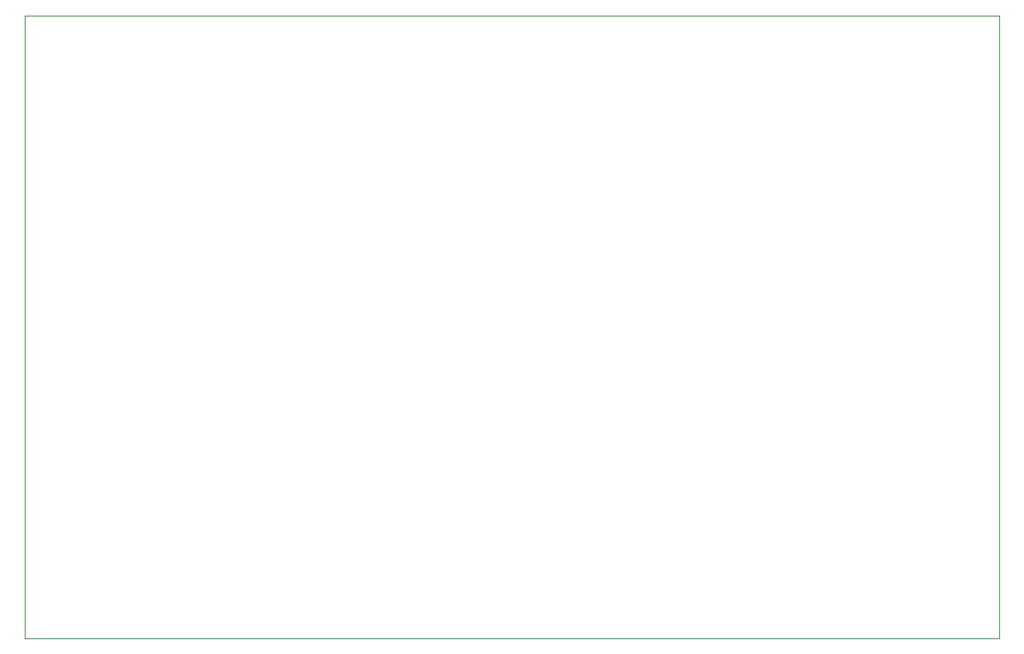
<source format=gbr>
%TF.GenerationSoftware,KiCad,Pcbnew,9.0.6*%
%TF.CreationDate,2025-12-12T19:01:35-05:00*%
%TF.ProjectId,Macropad,4d616372-6f70-4616-942e-6b696361645f,rev?*%
%TF.SameCoordinates,Original*%
%TF.FileFunction,Profile,NP*%
%FSLAX46Y46*%
G04 Gerber Fmt 4.6, Leading zero omitted, Abs format (unit mm)*
G04 Created by KiCad (PCBNEW 9.0.6) date 2025-12-12 19:01:35*
%MOMM*%
%LPD*%
G01*
G04 APERTURE LIST*
%TA.AperFunction,Profile*%
%ADD10C,0.050000*%
%TD*%
G04 APERTURE END LIST*
D10*
X81710000Y-69485000D02*
X181710000Y-69485000D01*
X181710000Y-133385000D01*
X81710000Y-133385000D01*
X81710000Y-69485000D01*
M02*

</source>
